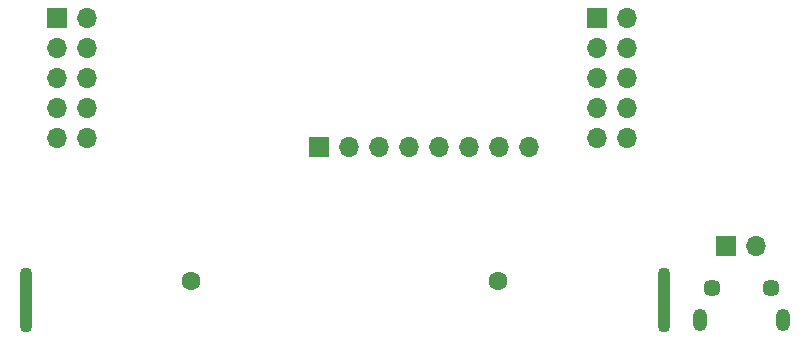
<source format=gbr>
%TF.GenerationSoftware,KiCad,Pcbnew,5.99.0-unknown-4354fa7bd~104~ubuntu20.04.1*%
%TF.CreationDate,2020-09-06T22:51:51+02:00*%
%TF.ProjectId,matrixctl,6d617472-6978-4637-946c-2e6b69636164,rev?*%
%TF.SameCoordinates,Original*%
%TF.FileFunction,Soldermask,Bot*%
%TF.FilePolarity,Negative*%
%FSLAX46Y46*%
G04 Gerber Fmt 4.6, Leading zero omitted, Abs format (unit mm)*
G04 Created by KiCad (PCBNEW 5.99.0-unknown-4354fa7bd~104~ubuntu20.04.1) date 2020-09-06 22:51:51*
%MOMM*%
%LPD*%
G01*
G04 APERTURE LIST*
%ADD10R,1.700000X1.700000*%
%ADD11O,1.700000X1.700000*%
%ADD12C,1.600000*%
%ADD13O,1.100000X5.500000*%
%ADD14C,1.450000*%
%ADD15O,1.200000X1.900000*%
G04 APERTURE END LIST*
D10*
%TO.C,J103*%
X121200000Y-117800000D03*
D11*
X123740000Y-117800000D03*
X126280000Y-117800000D03*
X128820000Y-117800000D03*
X131360000Y-117800000D03*
X133900000Y-117800000D03*
X136440000Y-117800000D03*
X138980000Y-117800000D03*
%TD*%
D10*
%TO.C,J1*%
X155700000Y-126200000D03*
D11*
X158240000Y-126200000D03*
%TD*%
D12*
%TO.C,U2*%
X136400000Y-129150000D03*
X110400000Y-129150000D03*
D13*
X150400000Y-130810000D03*
X96400000Y-130810000D03*
%TD*%
D14*
%TO.C,J104*%
X154500000Y-129737500D03*
X159500000Y-129737500D03*
D15*
X153500000Y-132437500D03*
X160500000Y-132437500D03*
%TD*%
D10*
%TO.C,J101*%
X99060000Y-106875000D03*
D11*
X101600000Y-106875000D03*
X99060000Y-109415000D03*
X101600000Y-109415000D03*
X99060000Y-111955000D03*
X101600000Y-111955000D03*
X99060000Y-114495000D03*
X101600000Y-114495000D03*
X99060000Y-117035000D03*
X101600000Y-117035000D03*
%TD*%
D10*
%TO.C,J102*%
X144780000Y-106875000D03*
D11*
X147320000Y-106875000D03*
X144780000Y-109415000D03*
X147320000Y-109415000D03*
X144780000Y-111955000D03*
X147320000Y-111955000D03*
X144780000Y-114495000D03*
X147320000Y-114495000D03*
X144780000Y-117035000D03*
X147320000Y-117035000D03*
%TD*%
M02*

</source>
